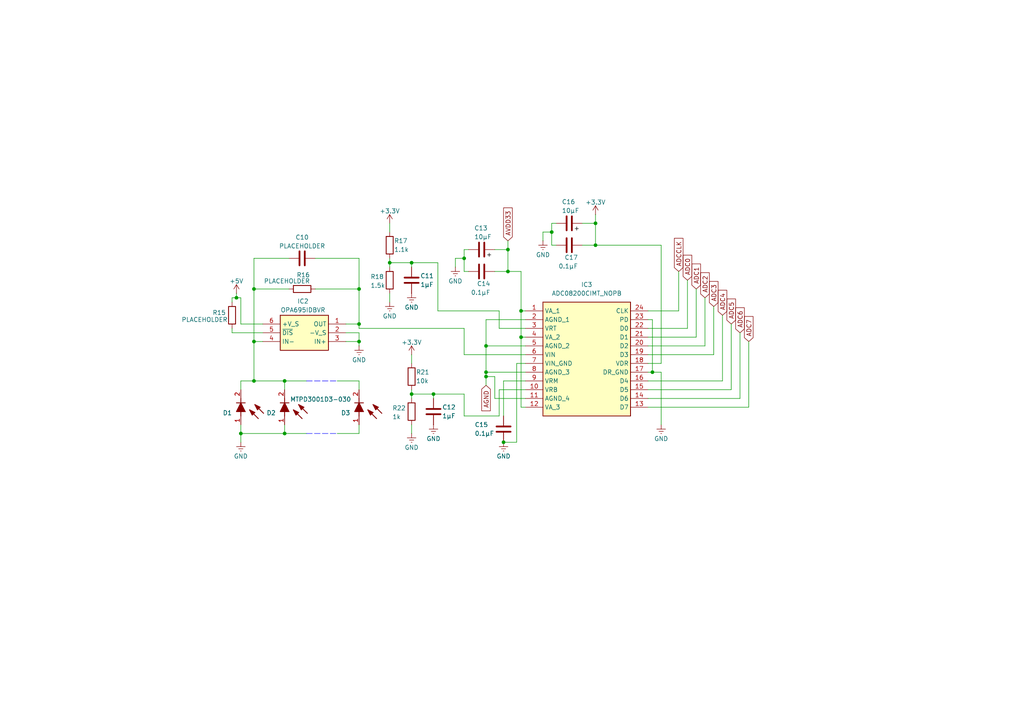
<source format=kicad_sch>
(kicad_sch (version 20231120) (generator "eeschema") (generator_version "8.0")
  (paper "A4")
  (lib_symbols
    (symbol "ADC08200CIMT_NOPB:ADC08200CIMT_NOPB"
      (property "Reference" "IC" (at 31.75 7.62 0))
      (property "Value" "ADC08200CIMT_NOPB" (at 31.75 5.08 0))
      (symbol "ADC08200CIMT_NOPB_1_1"
        (rectangle (start 5.08 2.54) (end 30.48 -30.48) (stroke (width 0.254)) (fill (type background)))
        (pin passive line (at 0 0 0) (length 5.08) (name "VA_1") (number "1"))
        (pin passive line (at 0 -22.86 0) (length 5.08) (name "VRB") (number "10"))
        (pin passive line (at 0 -25.4 0) (length 5.08) (name "AGND_4") (number "11"))
        (pin passive line (at 0 -27.94 0) (length 5.08) (name "VA_3") (number "12"))
        (pin passive line (at 35.56 -27.94 180) (length 5.08) (name "D7") (number "13"))
        (pin passive line (at 35.56 -25.4 180) (length 5.08) (name "D6") (number "14"))
        (pin passive line (at 35.56 -22.86 180) (length 5.08) (name "D5") (number "15"))
        (pin passive line (at 35.56 -20.32 180) (length 5.08) (name "D4") (number "16"))
        (pin passive line (at 35.56 -17.78 180) (length 5.08) (name "DR_GND") (number "17"))
        (pin passive line (at 35.56 -15.24 180) (length 5.08) (name "VDR") (number "18"))
        (pin passive line (at 35.56 -12.7 180) (length 5.08) (name "D3") (number "19"))
        (pin passive line (at 0 -2.54 0) (length 5.08) (name "AGND_1") (number "2"))
        (pin passive line (at 35.56 -10.16 180) (length 5.08) (name "D2") (number "20"))
        (pin passive line (at 35.56 -7.62 180) (length 5.08) (name "D1") (number "21"))
        (pin passive line (at 35.56 -5.08 180) (length 5.08) (name "D0") (number "22"))
        (pin passive line (at 35.56 -2.54 180) (length 5.08) (name "PD") (number "23"))
        (pin passive line (at 35.56 0 180) (length 5.08) (name "CLK") (number "24"))
        (pin passive line (at 0 -5.08 0) (length 5.08) (name "VRT") (number "3"))
        (pin passive line (at 0 -7.62 0) (length 5.08) (name "VA_2") (number "4"))
        (pin passive line (at 0 -10.16 0) (length 5.08) (name "AGND_2") (number "5"))
        (pin passive line (at 0 -12.7 0) (length 5.08) (name "VIN") (number "6"))
        (pin passive line (at 0 -15.24 0) (length 5.08) (name "VIN_GND") (number "7"))
        (pin passive line (at 0 -17.78 0) (length 5.08) (name "AGND_3") (number "8"))
        (pin passive line (at 0 -20.32 0) (length 5.08) (name "VRM") (number "9"))
      )
    )
    (symbol "Device:C" (pin_numbers hide) (pin_names (offset 0.254))
      (property "Reference" "C" (at 0.635 2.54 0))
      (property "Value" "C" (at 0.635 -2.54 0))
      (symbol "C_0_1"
        (polyline (pts (xy -2.032 -0.762) (xy 2.032 -0.762)) (stroke (width 0.508)))
        (polyline (pts (xy -2.032 0.762) (xy 2.032 0.762)) (stroke (width 0.508)))
      )
      (symbol "C_1_1"
        (pin passive line (at 0 3.81 270) (length 2.794) (name "~") (number "1"))
        (pin passive line (at 0 -3.81 90) (length 2.794) (name "~") (number "2"))
      )
    )
    (symbol "Device:R" (pin_numbers hide) (pin_names (offset 0))
      (property "Reference" "R" (at 2.032 0 90))
      (property "Value" "R" (at 0 0 90))
      (symbol "R_0_1"
        (rectangle (start -1.016 -2.54) (end 1.016 2.54) (stroke (width 0.254)))
      )
      (symbol "R_1_1"
        (pin passive line (at 0 3.81 270) (length 1.27) (name "~") (number "1"))
        (pin passive line (at 0 -3.81 90) (length 1.27) (name "~") (number "2"))
      )
    )
    (symbol "MTPD3001D3-030:MTPD3001D3-030" (pin_names hide)
      (property "Reference" "D" (at 3.302 -3.81 0))
      (property "Value" "MTPD3001D3-030" (at 3.302 -6.35 0))
      (symbol "MTPD3001D3-030_1_1"
        (polyline (pts (xy -6.604 -3.302) (xy -4.064 -5.842)) (stroke (width 0.254)))
        (polyline (pts (xy -5.08 -1.778) (xy -2.54 -4.318)) (stroke (width 0.254)))
        (polyline (pts (xy 0 -6.35) (xy 0 -7.62)) (stroke (width 0.254)))
        (polyline (pts (xy 0 -3.81) (xy 0 -2.54)) (stroke (width 0.254)))
        (polyline (pts (xy 1.27 -6.35) (xy -1.27 -6.35)) (stroke (width 0.254)))
        (polyline (pts (xy -5.588 -5.08) (xy -4.826 -4.318) (xy -4.064 -5.842) (xy -5.588 -5.08)) (stroke (width 0.254)) (fill (type outline)))
        (polyline (pts (xy -4.064 -3.556) (xy -3.302 -2.794) (xy -2.54 -4.318) (xy -4.064 -3.556)) (stroke (width 0.254)) (fill (type outline)))
        (polyline (pts (xy -1.27 -3.81) (xy 1.27 -3.81) (xy 0 -6.35) (xy -1.27 -3.81)) (stroke (width 0.254)) (fill (type outline)))
        (pin passive line (at 0 0 270) (length 2.54) (name "A") (number "1"))
        (pin passive line (at 0 -10.16 90) (length 2.54) (name "K") (number "2"))
      )
    )
    (symbol "MTPD3001D3-030_1" (pin_names hide)
      (property "Reference" "D" (at 3.302 -3.81 0))
      (property "Value" "MTPD3001D3-030" (at 3.302 -6.35 0))
      (symbol "MTPD3001D3-030_1_1_1"
        (polyline (pts (xy -6.604 -3.302) (xy -4.064 -5.842)) (stroke (width 0.254)))
        (polyline (pts (xy -5.08 -1.778) (xy -2.54 -4.318)) (stroke (width 0.254)))
        (polyline (pts (xy 0 -6.35) (xy 0 -7.62)) (stroke (width 0.254)))
        (polyline (pts (xy 0 -3.81) (xy 0 -2.54)) (stroke (width 0.254)))
        (polyline (pts (xy 1.27 -6.35) (xy -1.27 -6.35)) (stroke (width 0.254)))
        (polyline (pts (xy -5.588 -5.08) (xy -4.826 -4.318) (xy -4.064 -5.842) (xy -5.588 -5.08)) (stroke (width 0.254)) (fill (type outline)))
        (polyline (pts (xy -4.064 -3.556) (xy -3.302 -2.794) (xy -2.54 -4.318) (xy -4.064 -3.556)) (stroke (width 0.254)) (fill (type outline)))
        (polyline (pts (xy -1.27 -3.81) (xy 1.27 -3.81) (xy 0 -6.35) (xy -1.27 -3.81)) (stroke (width 0.254)) (fill (type outline)))
        (pin passive line (at 0 0 270) (length 2.54) (name "A") (number "1"))
        (pin passive line (at 0 -10.16 90) (length 2.54) (name "K") (number "2"))
      )
    )
    (symbol "OPA695IDBVR:OPA695IDBVR"
      (property "Reference" "IC2" (at 13.97 6.604 0))
      (property "Value" "OPA695IDBVR" (at 13.97 4.064 0))
      (symbol "OPA695IDBVR_1_1"
        (rectangle (start 5.08 2.54) (end 19.05 -7.62) (stroke (width 0.254)) (fill (type background)))
        (pin passive line (at 0 0 0) (length 5.08) (name "OUT") (number "1"))
        (pin passive line (at 0 -2.54 0) (length 5.08) (name "-V_S") (number "2"))
        (pin passive line (at 0 -5.08 0) (length 5.08) (name "IN+") (number "3"))
        (pin passive line (at 24.13 -5.08 180) (length 5.08) (name "IN-") (number "4"))
        (pin passive line (at 24.13 -2.54 180) (length 5.08) (name "~{DIS}") (number "5"))
        (pin passive line (at 24.13 0 180) (length 5.08) (name "+V_S") (number "6"))
      )
    )
    (symbol "power:+3.3V" (power) (pin_numbers hide) (pin_names (offset 0) hide)
      (property "Value" "+3.3V" (at 0 3.556 0))
      (symbol "+3.3V_0_1"
        (polyline (pts (xy -0.762 1.27) (xy 0 2.54)))
        (polyline (pts (xy 0 0) (xy 0 2.54)))
        (polyline (pts (xy 0 2.54) (xy 0.762 1.27)))
      )
      (symbol "+3.3V_1_1"
        (pin power_in line (at 0 0 90) (length 0) (name "~") (number "1"))
      )
    )
    (symbol "power:Earth" (power) (pin_numbers hide) (pin_names (offset 0) hide)
      (property "Value" "Earth" (at 0 -3.81 0))
      (symbol "Earth_0_1"
        (polyline (pts (xy -0.635 -1.905) (xy 0.635 -1.905)))
        (polyline (pts (xy -0.127 -2.54) (xy 0.127 -2.54)))
        (polyline (pts (xy 0 -1.27) (xy 0 0)))
        (polyline (pts (xy 1.27 -1.27) (xy -1.27 -1.27)))
      )
      (symbol "Earth_1_1"
        (pin power_in line (at 0 0 270) (length 0) (name "~") (number "1"))
      )
    )
  )
  (junction (at 140.97 100.33))
  (junction (at 147.32 72.39))
  (junction (at 119.38 76.2))
  (junction (at 104.14 93.98))
  (junction (at 104.14 83.82))
  (junction (at 104.14 99.06))
  (junction (at 82.55 125.73))
  (junction (at 147.32 78.74))
  (junction (at 134.62 74.93))
  (junction (at 68.58 86.36))
  (junction (at 125.73 114.3))
  (junction (at 172.72 64.77))
  (junction (at 189.23 107.95))
  (junction (at 69.85 125.73))
  (junction (at 73.66 110.49))
  (junction (at 73.66 99.06))
  (junction (at 151.13 97.79))
  (junction (at 160.02 67.31))
  (junction (at 151.13 90.17))
  (junction (at 73.66 83.82))
  (junction (at 146.05 128.27))
  (junction (at 119.38 114.3))
  (junction (at 82.55 110.49))
  (junction (at 172.72 71.12))
  (junction (at 140.97 107.95))
  (junction (at 113.03 76.2))
  (junction (at 140.97 109.22))
  (wire (pts (xy 119.38 114.3) (xy 119.38 115.57)))
  (wire (pts (xy 172.72 71.12) (xy 191.77 71.12)))
  (wire (pts (xy 157.48 69.85) (xy 157.48 67.31)))
  (wire (pts (xy 144.78 95.25) (xy 144.78 90.17)))
  (wire (pts (xy 73.66 83.82) (xy 83.82 83.82)))
  (wire (pts (xy 172.72 62.23) (xy 172.72 64.77)))
  (wire (pts (xy 134.62 78.74) (xy 135.89 78.74)))
  (wire (pts (xy 119.38 114.3) (xy 125.73 114.3)))
  (wire (pts (xy 187.96 92.71) (xy 189.23 92.71)))
  (wire (pts (xy 68.58 86.36) (xy 67.31 86.36)))
  (wire (pts (xy 187.96 102.87) (xy 207.01 102.87)))
  (wire (pts (xy 104.14 74.93) (xy 104.14 83.82)))
  (wire (pts (xy 143.51 109.22) (xy 140.97 109.22)))
  (wire (pts (xy 143.51 115.57) (xy 143.51 109.22)))
  (wire (pts (xy 67.31 95.25) (xy 67.31 96.52)))
  (wire (pts (xy 191.77 71.12) (xy 191.77 105.41)))
  (wire (pts (xy 187.96 100.33) (xy 204.47 100.33)))
  (wire (pts (xy 134.62 95.25) (xy 104.14 95.25)))
  (wire (pts (xy 161.29 64.77) (xy 160.02 64.77)))
  (wire (pts (xy 69.85 128.27) (xy 69.85 125.73)))
  (wire (pts (xy 149.86 128.27) (xy 146.05 128.27)))
  (wire (pts (xy 196.85 90.17) (xy 196.85 78.74)))
  (wire (pts (xy 152.4 90.17) (xy 151.13 90.17)))
  (wire (pts (xy 100.33 96.52) (xy 104.14 96.52)))
  (wire (pts (xy 135.89 72.39) (xy 134.62 72.39)))
  (wire (pts (xy 151.13 97.79) (xy 151.13 118.11)))
  (wire (pts (xy 140.97 100.33) (xy 140.97 107.95)))
  (wire (pts (xy 152.4 113.03) (xy 144.78 113.03)))
  (wire (pts (xy 76.2 93.98) (xy 69.85 93.98)))
  (wire (pts (xy 119.38 113.03) (xy 119.38 114.3)))
  (wire (pts (xy 113.03 76.2) (xy 113.03 77.47)))
  (wire (pts (xy 97.79 125.73) (xy 104.14 125.73)))
  (wire (pts (xy 214.63 115.57) (xy 214.63 96.52)))
  (wire (pts (xy 69.85 93.98) (xy 69.85 86.36)))
  (wire (pts (xy 69.85 113.03) (xy 69.85 110.49)))
  (wire (pts (xy 147.32 72.39) (xy 147.32 78.74)))
  (wire (pts (xy 144.78 90.17) (xy 127 90.17)))
  (wire (pts (xy 160.02 67.31) (xy 160.02 71.12)))
  (wire (pts (xy 152.4 118.11) (xy 151.13 118.11)))
  (wire (pts (xy 152.4 97.79) (xy 151.13 97.79)))
  (wire (pts (xy 132.08 77.47) (xy 132.08 74.93)))
  (wire (pts (xy 140.97 92.71) (xy 140.97 100.33)))
  (wire (pts (xy 147.32 69.85) (xy 147.32 72.39)))
  (wire (pts (xy 143.51 78.74) (xy 147.32 78.74)))
  (wire (pts (xy 69.85 110.49) (xy 73.66 110.49)))
  (wire (pts (xy 187.96 113.03) (xy 212.09 113.03)))
  (wire (pts (xy 113.03 76.2) (xy 119.38 76.2)))
  (wire (pts (xy 104.14 113.03) (xy 104.14 110.49)))
  (wire (pts (xy 73.66 110.49) (xy 82.55 110.49)))
  (wire (pts (xy 127 90.17) (xy 127 76.2)))
  (wire (pts (xy 91.44 83.82) (xy 104.14 83.82)))
  (wire (pts (xy 113.03 74.93) (xy 113.03 76.2)))
  (wire (pts (xy 189.23 107.95) (xy 191.77 107.95)))
  (wire (pts (xy 67.31 96.52) (xy 76.2 96.52)))
  (wire (pts (xy 187.96 115.57) (xy 214.63 115.57)))
  (wire (pts (xy 187.96 95.25) (xy 199.39 95.25)))
  (wire (pts (xy 157.48 67.31) (xy 160.02 67.31)))
  (wire (pts (xy 152.4 115.57) (xy 143.51 115.57)))
  (wire (pts (xy 140.97 100.33) (xy 152.4 100.33)))
  (wire (pts (xy 113.03 85.09) (xy 113.03 87.63)))
  (wire (pts (xy 134.62 72.39) (xy 134.62 74.93)))
  (wire (pts (xy 91.44 74.93) (xy 104.14 74.93)))
  (wire (pts (xy 160.02 71.12) (xy 161.29 71.12)))
  (wire (pts (xy 168.91 64.77) (xy 172.72 64.77)))
  (wire (pts (xy 140.97 109.22) (xy 140.97 111.76)))
  (wire (pts (xy 204.47 100.33) (xy 204.47 86.36)))
  (wire (pts (xy 125.73 115.57) (xy 125.73 114.3)))
  (wire (pts (xy 125.73 114.3) (xy 134.62 114.3)))
  (wire (pts (xy 100.33 99.06) (xy 104.14 99.06)))
  (wire (pts (xy 152.4 102.87) (xy 134.62 102.87)))
  (wire (pts (xy 82.55 125.73) (xy 88.9 125.73)))
  (wire (pts (xy 82.55 123.19) (xy 82.55 125.73)))
  (wire (pts (xy 187.96 118.11) (xy 217.17 118.11)))
  (wire (pts (xy 147.32 78.74) (xy 151.13 78.74)))
  (wire (pts (xy 152.4 95.25) (xy 144.78 95.25)))
  (wire (pts (xy 113.03 64.77) (xy 113.03 67.31)))
  (wire (pts (xy 134.62 74.93) (xy 134.62 78.74)))
  (wire (pts (xy 127 76.2) (xy 119.38 76.2)))
  (wire (pts (xy 69.85 123.19) (xy 69.85 125.73)))
  (wire (pts (xy 104.14 93.98) (xy 100.33 93.98)))
  (wire (pts (xy 104.14 125.73) (xy 104.14 123.19)))
  (wire (pts (xy 151.13 78.74) (xy 151.13 90.17)))
  (wire (pts (xy 191.77 107.95) (xy 191.77 123.19)))
  (wire (pts (xy 134.62 120.65) (xy 134.62 114.3)))
  (wire (pts (xy 212.09 113.03) (xy 212.09 93.98)))
  (wire (pts (xy 104.14 99.06) (xy 104.14 100.33)))
  (wire (pts (xy 76.2 99.06) (xy 73.66 99.06)))
  (wire (pts (xy 73.66 74.93) (xy 83.82 74.93)))
  (wire (pts (xy 82.55 110.49) (xy 88.9 110.49)))
  (wire (pts (xy 88.9 125.73) (xy 97.79 125.73)) (stroke (width 0) (type dash) (color 22 27 255 1)))
  (wire (pts (xy 104.14 95.25) (xy 104.14 93.98)))
  (wire (pts (xy 119.38 77.47) (xy 119.38 76.2)))
  (wire (pts (xy 140.97 107.95) (xy 140.97 109.22)))
  (wire (pts (xy 152.4 92.71) (xy 140.97 92.71)))
  (wire (pts (xy 134.62 102.87) (xy 134.62 95.25)))
  (wire (pts (xy 143.51 72.39) (xy 147.32 72.39)))
  (wire (pts (xy 199.39 95.25) (xy 199.39 81.28)))
  (wire (pts (xy 187.96 107.95) (xy 189.23 107.95)))
  (wire (pts (xy 73.66 74.93) (xy 73.66 83.82)))
  (wire (pts (xy 151.13 90.17) (xy 151.13 97.79)))
  (wire (pts (xy 207.01 102.87) (xy 207.01 88.9)))
  (wire (pts (xy 104.14 96.52) (xy 104.14 99.06)))
  (wire (pts (xy 152.4 105.41) (xy 149.86 105.41)))
  (wire (pts (xy 73.66 99.06) (xy 73.66 110.49)))
  (wire (pts (xy 132.08 74.93) (xy 134.62 74.93)))
  (wire (pts (xy 187.96 97.79) (xy 201.93 97.79)))
  (wire (pts (xy 146.05 120.65) (xy 146.05 110.49)))
  (wire (pts (xy 160.02 64.77) (xy 160.02 67.31)))
  (wire (pts (xy 140.97 107.95) (xy 152.4 107.95)))
  (wire (pts (xy 209.55 110.49) (xy 209.55 91.44)))
  (wire (pts (xy 119.38 102.87) (xy 119.38 105.41)))
  (wire (pts (xy 187.96 90.17) (xy 196.85 90.17)))
  (wire (pts (xy 217.17 118.11) (xy 217.17 99.06)))
  (wire (pts (xy 172.72 64.77) (xy 172.72 71.12)))
  (wire (pts (xy 201.93 97.79) (xy 201.93 83.82)))
  (wire (pts (xy 144.78 120.65) (xy 134.62 120.65)))
  (wire (pts (xy 168.91 71.12) (xy 172.72 71.12)))
  (wire (pts (xy 187.96 105.41) (xy 191.77 105.41)))
  (wire (pts (xy 119.38 123.19) (xy 119.38 125.73)))
  (wire (pts (xy 149.86 105.41) (xy 149.86 128.27)))
  (wire (pts (xy 88.9 110.49) (xy 97.79 110.49)) (stroke (width 0) (type dash) (color 7 1 255 1)))
  (wire (pts (xy 189.23 92.71) (xy 189.23 107.95)))
  (wire (pts (xy 146.05 110.49) (xy 152.4 110.49)))
  (wire (pts (xy 68.58 85.09) (xy 68.58 86.36)))
  (wire (pts (xy 69.85 125.73) (xy 82.55 125.73)))
  (wire (pts (xy 104.14 83.82) (xy 104.14 93.98)))
  (wire (pts (xy 144.78 113.03) (xy 144.78 120.65)))
  (wire (pts (xy 82.55 110.49) (xy 82.55 113.03)))
  (wire (pts (xy 67.31 86.36) (xy 67.31 87.63)))
  (wire (pts (xy 97.79 110.49) (xy 104.14 110.49)))
  (wire (pts (xy 68.58 86.36) (xy 69.85 86.36)))
  (wire (pts (xy 73.66 99.06) (xy 73.66 83.82)))
  (wire (pts (xy 187.96 110.49) (xy 209.55 110.49)))
  (label "+" (at 142.875 73.025 270))
  (label "+" (at 168.275 65.405 270))
  (global_label "ADC0" (shape input) (at 199.39 81.28 90) (property "Intersheetrefs" "${INTERSHEET_REFS}" (effects (hide yes))))
  (global_label "ADC3" (shape input) (at 207.01 88.9 90) (property "Intersheetrefs" "${INTERSHEET_REFS}" (effects (hide yes))))
  (global_label "ADC5" (shape input) (at 212.09 93.98 90) (property "Intersheetrefs" "${INTERSHEET_REFS}" (effects (hide yes))))
  (global_label "ADC1" (shape input) (at 201.93 83.82 90) (property "Intersheetrefs" "${INTERSHEET_REFS}" (effects (hide yes))))
  (global_label "ADCCLK" (shape input) (at 196.85 78.74 90) (property "Intersheetrefs" "${INTERSHEET_REFS}" (effects (hide yes))))
  (global_label "ADC7" (shape input) (at 217.17 99.06 90) (property "Intersheetrefs" "${INTERSHEET_REFS}" (effects (hide yes))))
  (global_label "ADC2" (shape input) (at 204.47 86.36 90) (property "Intersheetrefs" "${INTERSHEET_REFS}" (effects (hide yes))))
  (global_label "AGND" (shape input) (at 140.97 111.76 270) (property "Intersheetrefs" "${INTERSHEET_REFS}" (effects (hide yes))))
  (global_label "ADC4" (shape input) (at 209.55 91.44 90) (property "Intersheetrefs" "${INTERSHEET_REFS}" (effects (hide yes))))
  (global_label "ADC6" (shape input) (at 214.63 96.52 90) (property "Intersheetrefs" "${INTERSHEET_REFS}" (effects (hide yes))))
  (global_label "AVDD33" (shape input) (at 147.32 69.85 90) (property "Intersheetrefs" "${INTERSHEET_REFS}" (effects (hide yes))))
  (symbol (lib_id "Device:R") (at 119.38 109.22 0) (unit 1)
    (property "Reference" "R21" (at 120.65 107.95 0) (effects (justify left)))
    (property "Value" "10k" (at 120.65 110.49 0) (effects (justify left)))
    (property "Description" "Resistor" (effects (hide yes)))
  )
  (symbol (lib_id "Device:C") (at 139.7 72.39 270) (unit 1)
    (property "Reference" "C13" (at 137.541 66.167 90) (effects (justify left)))
    (property "Value" "10μF" (at 137.541 68.707 90) (effects (justify left)))
    (property "Description" "Unpolarized capacitor" (effects (hide yes)))
  )
  (symbol (lib_id "Device:C") (at 125.73 119.38 0) (unit 1)
    (property "Reference" "C12" (at 128.27 118.11 0) (effects (justify left)))
    (property "Value" "1μF" (at 128.27 120.65 0) (effects (justify left)))
    (property "Description" "Unpolarized capacitor" (effects (hide yes)))
  )
  (symbol (lib_id "power:Earth") (at 119.38 125.73 0) (unit 1)
    (property "Reference" "#PWR025" (effects (hide yes)))
    (property "Value" "GND" (at 119.38 129.794 0))
    (property "Description" "Power symbol creates a global label with name \"Earth\"" (effects (hide yes)))
  )
  (symbol (lib_id "power:Earth") (at 119.38 85.09 0) (unit 1)
    (property "Reference" "#PWR023" (effects (hide yes)))
    (property "Value" "GND" (at 119.38 89.154 0))
    (property "Description" "Power symbol creates a global label with name \"Earth\"" (effects (hide yes)))
  )
  (symbol (lib_id "power:Earth") (at 104.14 100.33 0) (unit 1)
    (property "Reference" "#PWR020" (effects (hide yes)))
    (property "Value" "GND" (at 104.14 104.394 0))
    (property "Description" "Power symbol creates a global label with name \"Earth\"" (effects (hide yes)))
  )
  (symbol (lib_id "Device:C") (at 119.38 81.28 0) (unit 1)
    (property "Reference" "C11" (at 121.92 80.01 0) (effects (justify left)))
    (property "Value" "1μF" (at 121.92 82.55 0) (effects (justify left)))
    (property "Description" "Unpolarized capacitor" (effects (hide yes)))
  )
  (symbol (lib_id "Device:C") (at 165.1 71.12 90) (unit 1)
    (property "Reference" "C17" (at 167.64 74.676 90) (effects (justify left)))
    (property "Value" "0.1μF" (at 167.64 77.216 90) (effects (justify left)))
    (property "Description" "Unpolarized capacitor" (effects (hide yes)))
  )
  (symbol (lib_id "Device:R") (at 113.03 81.28 0) (unit 1)
    (property "Reference" "R18" (at 107.442 80.264 0) (effects (justify left)))
    (property "Value" "1.5k" (at 107.442 82.804 0) (effects (justify left)))
    (property "Description" "Resistor" (effects (hide yes)))
  )
  (symbol (lib_id "Device:R") (at 113.03 71.12 0) (unit 1)
    (property "Reference" "R17" (at 114.3 69.85 0) (effects (justify left)))
    (property "Value" "1.1k" (at 114.3 72.39 0) (effects (justify left)))
    (property "Description" "Resistor" (effects (hide yes)))
  )
  (symbol (lib_id "ADC08200CIMT_NOPB:ADC08200CIMT_NOPB") (at 152.4 90.17 0) (unit 1)
    (property "Reference" "IC3" (at 170.18 82.55 0))
    (property "Value" "ADC08200CIMT_NOPB" (at 170.18 85.09 0))
    (property "Footprint" "SOP65P640X120-24N" (effects (hide yes)))
    (property "Datasheet" "http://www.ti.com/lit/ds/symlink/adc08200.pdf" (effects (hide yes)))
    (property "Description" "8-Bit 200MSPS Low-Power Analog-to-Digital Converter (ADC) With Internal Sample and Hold" (effects (hide yes)))
    (property "Height" "1.2" (effects (hide yes)))
    (property "Mouser Part Number" "926-ADC08200CIMTNOPB" (effects (hide yes)))
    (property "Mouser Price/Stock" "https://www.mouser.co.uk/ProductDetail/Texas-Instruments/ADC08200CIMT-NOPB?qs=7X5t%252BdzoRHAf23TNwec6Xw%3D%3D" (effects (hide yes)))
    (property "Manufacturer_Name" "Texas Instruments" (effects (hide yes)))
    (property "Manufacturer_Part_Number" "ADC08200CIMT/NOPB" (effects (hide yes)))
  )
  (symbol (lib_id "power:+3.3V") (at 119.38 102.87 0) (mirror y) (unit 1)
    (property "Reference" "#PWR024" (effects (hide yes)))
    (property "Value" "+3.3V" (at 119.38 99.314 0))
    (property "Description" "Power symbol creates a global label with name \"+3.3V\"" (effects (hide yes)))
  )
  (symbol (lib_id "power:Earth") (at 146.05 128.27 0) (unit 1)
    (property "Reference" "#PWR030" (effects (hide yes)))
    (property "Value" "GND" (at 146.05 132.334 0))
    (property "Description" "Power symbol creates a global label with name \"Earth\"" (effects (hide yes)))
  )
  (symbol (lib_id "OPA695IDBVR:OPA695IDBVR") (at 100.33 93.98 0) (mirror y) (unit 1)
    (property "Reference" "IC2" (at 87.884 87.376 0))
    (property "Value" "OPA695IDBVR" (at 87.884 89.916 0))
    (property "Footprint" "SOT95P280X145-6N" (effects (hide yes)))
    (property "Datasheet" "http://www.ti.com/lit/gpn/OPA695" (effects (hide yes)))
    (property "Description" "Ultra-Wideband, Current-Feedback Operational Amplifier with Disable" (effects (hide yes)))
    (property "Height" "1.45" (effects (hide yes)))
    (property "Mouser Part Number" "595-OPA695IDBVR" (effects (hide yes)))
    (property "Mouser Price/Stock" "https://www.mouser.co.uk/ProductDetail/Texas-Instruments/OPA695IDBVR?qs=wgAEGBTxy7kDQsczjqd6Hw%3D%3D" (effects (hide yes)))
    (property "Manufacturer_Name" "Texas Instruments" (effects (hide yes)))
    (property "Manufacturer_Part_Number" "OPA695IDBVR" (effects (hide yes)))
  )
  (symbol (lib_id "Device:R") (at 67.31 91.44 180) (unit 1)
    (property "Reference" "R15" (at 65.532 90.678 0) (effects (justify left)))
    (property "Value" "PLACEHOLDER" (at 66.04 92.71 0) (effects (justify left)))
    (property "Description" "Resistor" (effects (hide yes)))
  )
  (symbol (lib_id "Device:C") (at 87.63 74.93 90) (unit 1)
    (property "Reference" "C10" (at 87.63 68.834 90))
    (property "Value" "PLACEHOLDER" (at 87.63 71.374 90))
    (property "Description" "Unpolarized capacitor" (effects (hide yes)))
  )
  (symbol (lib_id "Device:R") (at 87.63 83.82 90) (unit 1)
    (property "Reference" "R16" (at 89.916 79.756 90) (effects (justify left)))
    (property "Value" "PLACEHOLDER" (at 89.916 81.534 90) (effects (justify left)))
    (property "Description" "Resistor" (effects (hide yes)))
  )
  (symbol (lib_id "MTPD3001D3-030:MTPD3001D3-030") (at 69.85 123.19 180) (unit 1)
    (property "Reference" "D1" (at 67.31 119.7611 0) (effects (justify left)))
    (property "Value" "MTPD3001D3-030" (at 101.854 115.824 0) (effects (justify left)))
    (property "Footprint" "MTPD3001D3030" (effects (hide yes)))
    (property "Datasheet" "https://marktechopto.com/pdf/products/DataSheet/MTPD3001D3-030.pdf" (effects (hide yes)))
    (property "Description" "SENSOR PHOTODIODE 1300NM RADIAL,Sensitivity Wavelength Range: 750nm ~ 1750nm." (effects (hide yes)))
    (property "Height" "8.55" (effects (hide yes)))
    (property "Mouser Part Number" "193-MTPD3001D3-030" (effects (hide yes)))
    (property "Mouser Price/Stock" "https://www.mouser.co.uk/ProductDetail/Marktech-Optoelectronics/MTPD3001D3-030?qs=ZcfC38r4PotPH%2FoOtzd1Sw%3D%3D" (effects (hide yes)))
    (property "Manufacturer_Name" "Marktech Optoelectronics" (effects (hide yes)))
    (property "Manufacturer_Part_Number" "MTPD3001D3-030" (effects (hide yes)))
  )
  (symbol (lib_id "power:Earth") (at 191.77 123.19 0) (unit 1)
    (property "Reference" "#PWR033" (effects (hide yes)))
    (property "Value" "GND" (at 191.77 127.254 0))
    (property "Description" "Power symbol creates a global label with name \"Earth\"" (effects (hide yes)))
  )
  (symbol (lib_id "power:Earth") (at 125.73 123.19 0) (unit 1)
    (property "Reference" "#PWR026" (effects (hide yes)))
    (property "Value" "GND" (at 125.73 127.254 0))
    (property "Description" "Power symbol creates a global label with name \"Earth\"" (effects (hide yes)))
  )
  (symbol (lib_id "power:Earth") (at 69.85 128.27 0) (unit 1)
    (property "Reference" "#PWR019" (effects (hide yes)))
    (property "Value" "GND" (at 69.85 132.334 0))
    (property "Description" "Power symbol creates a global label with name \"Earth\"" (effects (hide yes)))
  )
  (symbol (lib_id "power:Earth") (at 113.03 87.63 0) (unit 1)
    (property "Reference" "#PWR022" (effects (hide yes)))
    (property "Value" "GND" (at 113.03 91.694 0))
    (property "Description" "Power symbol creates a global label with name \"Earth\"" (effects (hide yes)))
  )
  (symbol (lib_id "Device:C") (at 139.7 78.74 90) (unit 1)
    (property "Reference" "C14" (at 142.24 82.296 90) (effects (justify left)))
    (property "Value" "0.1μF" (at 142.24 84.836 90) (effects (justify left)))
    (property "Description" "Unpolarized capacitor" (effects (hide yes)))
  )
  (symbol (lib_id "power:Earth") (at 157.48 69.85 0) (unit 1)
    (property "Reference" "#PWR031" (effects (hide yes)))
    (property "Value" "GND" (at 157.48 73.914 0))
    (property "Description" "Power symbol creates a global label with name \"Earth\"" (effects (hide yes)))
  )
  (symbol (lib_id "Device:C") (at 165.1 64.77 270) (unit 1)
    (property "Reference" "C16" (at 162.941 58.547 90) (effects (justify left)))
    (property "Value" "10μF" (at 162.941 61.087 90) (effects (justify left)))
    (property "Description" "Unpolarized capacitor" (effects (hide yes)))
  )
  (symbol (lib_id "Device:R") (at 119.38 119.38 0) (unit 1)
    (property "Reference" "R22" (at 113.792 118.364 0) (effects (justify left)))
    (property "Value" "1k" (at 113.792 120.904 0) (effects (justify left)))
    (property "Description" "Resistor" (effects (hide yes)))
  )
  (symbol (lib_id "power:+3.3V") (at 113.03 64.77 0) (mirror y) (unit 1)
    (property "Reference" "#PWR021" (effects (hide yes)))
    (property "Value" "+3.3V" (at 113.03 61.214 0))
    (property "Description" "Power symbol creates a global label with name \"+3.3V\"" (effects (hide yes)))
  )
  (symbol (lib_id "MTPD3001D3-030:MTPD3001D3-030") (at 82.55 123.19 180) (unit 1)
    (property "Reference" "D2" (at 80.01 119.7611 0) (effects (justify left)))
    (property "Value" "MTPD3001D3-030" (effects (hide yes)))
    (property "Footprint" "MTPD3001D3030" (effects (hide yes)))
    (property "Datasheet" "https://marktechopto.com/pdf/products/DataSheet/MTPD3001D3-030.pdf" (effects (hide yes)))
    (property "Description" "SENSOR PHOTODIODE 1300NM RADIAL,Sensitivity Wavelength Range: 750nm ~ 1750nm." (effects (hide yes)))
    (property "Height" "8.55" (effects (hide yes)))
    (property "Mouser Part Number" "193-MTPD3001D3-030" (effects (hide yes)))
    (property "Mouser Price/Stock" "https://www.mouser.co.uk/ProductDetail/Marktech-Optoelectronics/MTPD3001D3-030?qs=ZcfC38r4PotPH%2FoOtzd1Sw%3D%3D" (effects (hide yes)))
    (property "Manufacturer_Name" "Marktech Optoelectronics" (effects (hide yes)))
    (property "Manufacturer_Part_Number" "MTPD3001D3-030" (effects (hide yes)))
  )
  (symbol (lib_id "power:+3.3V") (at 172.72 62.23 0) (mirror y) (unit 1)
    (property "Reference" "#PWR032" (effects (hide yes)))
    (property "Value" "+3.3V" (at 172.72 58.674 0))
    (property "Description" "Power symbol creates a global label with name \"+3.3V\"" (effects (hide yes)))
  )
  (symbol (lib_id "power:+3.3V") (at 68.58 85.09 0) (mirror y) (unit 1)
    (property "Reference" "#PWR018" (effects (hide yes)))
    (property "Value" "+5V" (at 68.58 81.534 0))
    (property "Description" "Power symbol creates a global label with name \"+3.3V\"" (effects (hide yes)))
  )
  (symbol (lib_id "power:Earth") (at 132.08 77.47 0) (unit 1)
    (property "Reference" "#PWR028" (effects (hide yes)))
    (property "Value" "GND" (at 132.08 81.534 0))
    (property "Description" "Power symbol creates a global label with name \"Earth\"" (effects (hide yes)))
  )
  (symbol (lib_name "MTPD3001D3-030_1") (lib_id "MTPD3001D3-030:MTPD3001D3-030") (at 104.14 123.19 180) (unit 1)
    (property "Reference" "D3" (at 101.6 119.7611 0) (effects (justify left)))
    (property "Value" "MTPD3001D3-030" (effects (hide yes)))
    (property "Footprint" "MTPD3001D3030" (effects (hide yes)))
    (property "Datasheet" "https://marktechopto.com/pdf/products/DataSheet/MTPD3001D3-030.pdf" (effects (hide yes)))
    (property "Description" "SENSOR PHOTODIODE 1300NM RADIAL,Sensitivity Wavelength Range: 750nm ~ 1750nm." (effects (hide yes)))
    (property "Height" "8.55" (effects (hide yes)))
    (property "Mouser Part Number" "193-MTPD3001D3-030" (effects (hide yes)))
    (property "Mouser Price/Stock" "https://www.mouser.co.uk/ProductDetail/Marktech-Optoelectronics/MTPD3001D3-030?qs=ZcfC38r4PotPH%2FoOtzd1Sw%3D%3D" (effects (hide yes)))
    (property "Manufacturer_Name" "Marktech Optoelectronics" (effects (hide yes)))
    (property "Manufacturer_Part_Number" "MTPD3001D3-030" (effects (hide yes)))
  )
  (symbol (lib_id "Device:C") (at 146.05 124.46 0) (unit 1)
    (property "Reference" "C15" (at 137.668 123.19 0) (effects (justify left)))
    (property "Value" "0.1μF" (at 137.668 125.73 0) (effects (justify left)))
    (property "Description" "Unpolarized capacitor" (effects (hide yes)))
  )
)
</source>
